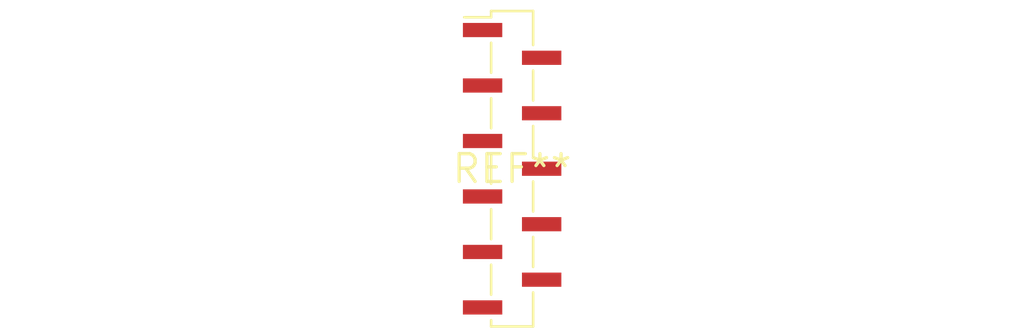
<source format=kicad_pcb>
(kicad_pcb (version 20240108) (generator pcbnew)
  (layers (0 "F.Cu" signal) (31 "B.Cu" signal) (34 "B.Paste" user) (35 "F.Paste" user) (36 "B.SilkS" user "B.Silkscreen") (37 "F.SilkS" user "F.Silkscreen") (38 "B.Mask" user) (39 "F.Mask" user) (44 "Edge.Cuts" user))
  (net 0 "")
  (footprint "PinSocket_1x11_P1.27mm_Vertical_SMD_Pin1Left" (layer "F.Cu") (at 0 0)
    (property "Reference" "REF**")
    (property "Value" "PinSocket_1x11_P1.27mm_Vertical_SMD_Pin1Left")
    (fp_line (start -2.19 -6.935) (end -0.96 -6.935) (layer "F.SilkS") (stroke (width 0.12)))
    (fp_line (start -0.96 -7.22) (end -0.96 -6.935) (layer "F.SilkS") (stroke (width 0.12)))
    (fp_line (start -0.96 -7.22) (end 0.96 -7.22) (layer "F.SilkS") (stroke (width 0.12)))
    (fp_line (start -0.96 -5.765) (end -0.96 -4.395) (layer "F.SilkS") (stroke (width 0.12)))
    (fp_line (start -0.96 -3.225) (end -0.96 -1.855) (layer "F.SilkS") (stroke (width 0.12)))
    (fp_line (start -0.96 -0.685) (end -0.96 0.685) (layer "F.SilkS") (stroke (width 0.12)))
    (fp_line (start -0.96 1.855) (end -0.96 3.225) (layer "F.SilkS") (stroke (width 0.12)))
    (fp_line (start -0.96 4.395) (end -0.96 5.765) (layer "F.SilkS") (stroke (width 0.12)))
    (fp_line (start -0.96 6.935) (end -0.96 7.22) (layer "F.SilkS") (stroke (width 0.12)))
    (fp_line (start -0.96 7.22) (end 0.96 7.22) (layer "F.SilkS") (stroke (width 0.12)))
    (fp_line (start 0.96 -7.22) (end 0.96 -5.665) (layer "F.SilkS") (stroke (width 0.12)))
    (fp_line (start 0.96 -4.495) (end 0.96 -3.125) (layer "F.SilkS") (stroke (width 0.12)))
    (fp_line (start 0.96 -1.955) (end 0.96 -0.585) (layer "F.SilkS") (stroke (width 0.12)))
    (fp_line (start 0.96 0.585) (end 0.96 1.955) (layer "F.SilkS") (stroke (width 0.12)))
    (fp_line (start 0.96 3.125) (end 0.96 4.495) (layer "F.SilkS") (stroke (width 0.12)))
    (fp_line (start 0.96 5.665) (end 0.96 7.22) (layer "F.SilkS") (stroke (width 0.12)))
    (pad "1" smd rect (at -1.35 -6.35) (size 1.8 0.65) (layers "F.Cu" "F.Paste" "F.Mask"))
    (pad "2" smd rect (at 1.35 -5.08) (size 1.8 0.65) (layers "F.Cu" "F.Paste" "F.Mask"))
    (pad "3" smd rect (at -1.35 -3.81) (size 1.8 0.65) (layers "F.Cu" "F.Paste" "F.Mask"))
    (pad "4" smd rect (at 1.35 -2.54) (size 1.8 0.65) (layers "F.Cu" "F.Paste" "F.Mask"))
    (pad "5" smd rect (at -1.35 -1.27) (size 1.8 0.65) (layers "F.Cu" "F.Paste" "F.Mask"))
    (pad "6" smd rect (at 1.35 0) (size 1.8 0.65) (layers "F.Cu" "F.Paste" "F.Mask"))
    (pad "7" smd rect (at -1.35 1.27) (size 1.8 0.65) (layers "F.Cu" "F.Paste" "F.Mask"))
    (pad "8" smd rect (at 1.35 2.54) (size 1.8 0.65) (layers "F.Cu" "F.Paste" "F.Mask"))
    (pad "9" smd rect (at -1.35 3.81) (size 1.8 0.65) (layers "F.Cu" "F.Paste" "F.Mask"))
    (pad "10" smd rect (at 1.35 5.08) (size 1.8 0.65) (layers "F.Cu" "F.Paste" "F.Mask"))
    (pad "11" smd rect (at -1.35 6.35) (size 1.8 0.65) (layers "F.Cu" "F.Paste" "F.Mask"))
  )
)
</source>
